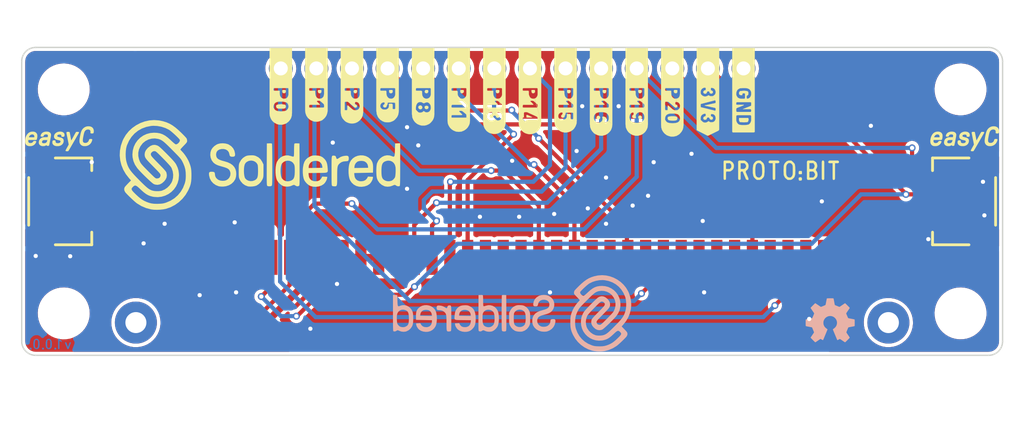
<source format=kicad_pcb>
(kicad_pcb (version 20210623) (generator pcbnew)
  (layers (0 "F.Cu" signal) (31 "B.Cu" signal) (34 "B.Paste" user) (35 "F.Paste" user) (36 "B.SilkS" user "B.Silkscreen") (37 "F.SilkS" user "F.Silkscreen") (38 "B.Mask" user) (39 "F.Mask" user) (44 "Edge.Cuts" user))
  (net 0 "")
  (net 1 "P3")
  (net 2 "P0")
  (net 3 "P4")
  (net 4 "P5")
  (net 5 "P6")
  (net 6 "P7")
  (net 7 "P1")
  (net 8 "P8")
  (net 9 "P9")
  (net 10 "P10")
  (net 11 "P11")
  (net 12 "P12")
  (net 13 "P2")
  (net 14 "P13")
  (net 15 "P14")
  (net 16 "P15")
  (net 17 "P16")
  (net 18 "3V3")
  (net 19 "P19")
  (net 20 "P20")
  (net 21 "GND")
  (footprint "buzzardLabel" (layer "F.Cu") (at 151.89 109.6 -90)
    (fp_text reference "" (at 0 0 90) (layer "F.SilkS") (effects (font (size 1.27 1.27))))
    (fp_text value "" (at 0 0 90) (layer "F.SilkS") (effects (font (size 1.27 1.27))))
  )
  (footprint "buzzardLabel" (layer "F.Cu") (at 162.2 118.8)
    (fp_text reference "" (at 0 0) (layer "F.SilkS") (effects (font (size 1.27 1.27))))
    (fp_text value "" (at 0 0) (layer "F.SilkS") (effects (font (size 1.27 1.27))))
  )
  (footprint "buzzardLabel" (layer "F.Cu") (at 129.03 109.6 -90)
    (fp_text reference "" (at 0 0 90) (layer "F.SilkS") (effects (font (size 1.27 1.27))))
    (fp_text value "" (at 0 0 90) (layer "F.SilkS") (effects (font (size 1.27 1.27))))
  )
  (footprint "buzzardLabel" (layer "F.Cu") (at 131.57 109.6 -90)
    (fp_text reference "" (at 0 0 90) (layer "F.SilkS") (effects (font (size 1.27 1.27))))
    (fp_text value "" (at 0 0 90) (layer "F.SilkS") (effects (font (size 1.27 1.27))))
  )
  (footprint "e-radionica.com footprinti:easyC-connector" (layer "F.Cu") (at 111.3 121 90)
    (fp_text reference "K3")
    (fp_text value "easyC-SMD")
    (pad "1" smd rect locked (at -1.5 2.15 90) (size 0.6 1.55) (layers "F.Cu" "F.Paste" "F.Mask") (net 19 "P19"))
    (pad "2" smd rect locked (at -0.5 2.15 90) (size 0.6 1.55) (layers "F.Cu" "F.Paste" "F.Mask") (net 20 "P20"))
    (pad "3" smd rect locked (at 0.5 2.15 90) (size 0.6 1.55) (layers "F.Cu" "F.Paste" "F.Mask") (net 18 "3V3"))
    (pad "4" smd rect locked (at 1.5 2.15 90) (size 0.6 1.55) (layers "F.Cu" "F.Paste" "F.Mask") (net 21 "GND"))
    (pad "5" smd rect locked (at 2.6 -2.15 90) (size 1.2 1.8) (layers "F.Cu" "F.Paste" "F.Mask") (net 21 "GND"))
    (pad "5" smd rect locked (at -2.6 -2.15 90) (size 1.2 1.8) (layers "F.Cu" "F.Paste" "F.Mask") (net 21 "GND"))
  )
  (footprint "buzzardLabel" (layer "F.Cu") (at 134.11 109.6 -90)
    (fp_text reference "" (at 0 0 90) (layer "F.SilkS") (effects (font (size 1.27 1.27))))
    (fp_text value "" (at 0 0 90) (layer "F.SilkS") (effects (font (size 1.27 1.27))))
  )
  (footprint "buzzardLabel" (layer "F.Cu") (at 136.65 109.6 -90)
    (fp_text reference "" (at 0 0 90) (layer "F.SilkS") (effects (font (size 1.27 1.27))))
    (fp_text value "" (at 0 0 90) (layer "F.SilkS") (effects (font (size 1.27 1.27))))
  )
  (footprint "buzzardLabel" (layer "F.Cu") (at 154.43 109.6 -90)
    (fp_text reference "" (at 0 0 90) (layer "F.SilkS") (effects (font (size 1.27 1.27))))
    (fp_text value "" (at 0 0 90) (layer "F.SilkS") (effects (font (size 1.27 1.27))))
  )
  (footprint "e-radionica.com footprinti:MC127-140-A01" (layer "F.Cu") (at 143 128 180)
    (fp_text reference "K1")
    (fp_text value "MIC127-140-A01")
    (pad "" thru_hole oval (at 26.85 -1.66 180) (size 3 3) (drill 1.5) (layers *.Cu *.Mask))
    (pad "" thru_hole oval (at -26.85 -1.66 180) (size 3 3) (drill 1.5) (layers *.Cu *.Mask "F.Paste"))
    (pad "1" smd rect (at -24.765 3 180) (size 0.8 2.5) (layers "F.Cu" "F.Paste" "F.Mask") (net 1 "P3"))
    (pad "2" smd rect (at -23.495 3 180) (size 0.8 2.5) (layers "F.Cu" "F.Paste" "F.Mask") (net 2 "P0"))
    (pad "3" smd rect (at -22.225 3 180) (size 0.8 2.5) (layers "F.Cu" "F.Paste" "F.Mask") (net 2 "P0"))
    (pad "4" smd rect (at -20.955 3 180) (size 0.8 2.5) (layers "F.Cu" "F.Paste" "F.Mask") (net 2 "P0"))
    (pad "5" smd rect (at -19.685 3 180) (size 0.8 2.5) (layers "F.Cu" "F.Paste" "F.Mask") (net 2 "P0"))
    (pad "6" smd rect (at -18.415 3 180) (size 0.8 2.5) (layers "F.Cu" "F.Paste" "F.Mask") (net 3 "P4"))
    (pad "7" smd rect (at -17.145 3 180) (size 0.8 2.5) (layers "F.Cu" "F.Paste" "F.Mask") (net 4 "P5"))
    (pad "8" smd rect (at -15.875 3 180) (size 0.8 2.5) (layers "F.Cu" "F.Paste" "F.Mask") (net 5 "P6"))
    (pad "9" smd rect (at -14.605 3 180) (size 0.8 2.5) (layers "F.Cu" "F.Paste" "F.Mask") (net 6 "P7"))
    (pad "10" smd rect (at -13.335 3 180) (size 0.8 2.5) (layers "F.Cu" "F.Paste" "F.Mask") (net 7 "P1"))
    (pad "11" smd rect (at -12.065 3 180) (size 0.8 2.5) (layers "F.Cu" "F.Paste" "F.Mask") (net 7 "P1"))
    (pad "12" smd rect (at -10.795 3 180) (size 0.8 2.5) (layers "F.Cu" "F.Paste" "F.Mask") (net 7 "P1"))
    (pad "13" smd rect (at -9.525 3 180) (size 0.8 2.5) (layers "F.Cu" "F.Paste" "F.Mask") (net 7 "P1"))
    (pad "14" smd rect (at -8.255 3 180) (size 0.8 2.5) (layers "F.Cu" "F.Paste" "F.Mask") (net 8 "P8"))
    (pad "15" smd rect (at -6.985 3 180) (size 0.8 2.5) (layers "F.Cu" "F.Paste" "F.Mask") (net 9 "P9"))
    (pad "16" smd rect (at -5.715 3 180) (size 0.8 2.5) (layers "F.Cu" "F.Paste" "F.Mask") (net 10 "P10"))
    (pad "17" smd rect (at -4.445 3 180) (size 0.8 2.5) (layers "F.Cu" "F.Paste" "F.Mask") (net 11 "P11"))
    (pad "18" smd rect (at -3.175 3 180) (size 0.8 2.5) (layers "F.Cu" "F.Paste" "F.Mask") (net 12 "P12"))
    (pad "19" smd rect (at -1.905 3 180) (size 0.8 2.5) (layers "F.Cu" "F.Paste" "F.Mask") (net 13 "P2"))
    (pad "20" smd rect (at -0.635 3 180) (size 0.8 2.5) (layers "F.Cu" "F.Paste" "F.Mask") (net 13 "P2"))
    (pad "21" smd rect (at 0.635 3 180) (size 0.8 2.5) (layers "F.Cu" "F.Paste" "F.Mask") (net 13 "P2"))
    (pad "22" smd rect (at 1.905 3 180) (size 0.8 2.5) (layers "F.Cu" "F.Paste" "F.Mask") (net 13 "P2"))
    (pad "23" smd rect (at 3.175 3 180) (size 0.8 2.5) (layers "F.Cu" "F.Paste" "F.Mask") (net 14 "P13"))
    (pad "24" smd rect (at 4.445 3 180) (size 0.8 2.5) (layers "F.Cu" "F.Paste" "F.Mask") (net 15 "P14"))
    (pad "25" smd rect (at 5.715 3 180) (size 0.8 2.5) (layers "F.Cu" "F.Paste" "F.Mask") (net 16 "P15"))
    (pad "26" smd rect (at 6.985 3 180) (size 0.8 2.5) (layers "F.Cu" "F.Paste" "F.Mask") (net 17 "P16"))
    (pad "27" smd rect (at 8.255 3 180) (size 0.8 2.5) (layers "F.Cu" "F.Paste" "F.Mask") (net 18 "3V3"))
    (pad "28" smd rect (at 9.525 3 180) (size 0.8 2.5) (layers "F.Cu" "F.Paste" "F.Mask") (net 18 "3V3"))
    (pad "29" smd rect (at 10.795 3 180) (size 0.8 2.5) (layers "F.Cu" "F.Paste" "F.Mask") (net 18 "3V3"))
    (pad "30" smd rect (at 12.065 3 180) (size 0.8 2.5) (layers "F.Cu" "F.Paste" "F.Mask") (net 18 "3V3"))
    (pad "31" smd rect (at 13.335 3 180) (size 0.8 2.5) (layers "F.Cu" "F.Paste" "F.Mask") (net 18 "3V3"))
    (pad "32" smd rect (at 14.605 3 180) (size 0.8 2.5) (layers "F.Cu" "F.Paste" "F.Mask") (net 18 "3V3"))
    (pad "33" smd rect (at 15.875 3 180) (size 0.8 2.5) (layers "F.Cu" "F.Paste" "F.Mask") (net 19 "P19"))
    (pad "34" smd rect (at 17.145 3 180) (size 0.8 2.5) (layers "F.Cu" "F.Paste" "F.Mask") (net 20 "P20"))
    (pad "35" smd rect (at 18.415 3 180) (size 0.8 2.5) (layers "F.Cu" "F.Paste" "F.Mask") (net 21 "GND"))
    (pad "36" smd rect (at 19.685 3 180) (size 0.8 2.5) (layers "F.Cu" "F.Paste" "F.Mask") (net 21 "GND"))
    (pad "37" smd rect (at 20.955 3 180) (size 0.8 2.5) (layers "F.Cu" "F.Paste" "F.Mask") (net 21 "GND"))
    (pad "38" smd rect (at 22.225 3 180) (size 0.8 2.5) (layers "F.Cu" "F.Paste" "F.Mask") (net 21 "GND"))
    (pad "39" smd rect (at 23.495 3 180) (size 0.8 2.5) (layers "F.Cu" "F.Paste" "F.Mask") (net 21 "GND"))
    (pad "40" smd rect (at 24.765 3 180) (size 0.8 2.5) (layers "F.Cu" "F.Paste" "F.Mask") (net 21 "GND"))
  )
  (footprint "buzzardLabel" (layer "F.Cu") (at 149.35 109.6 -90)
    (fp_text reference "" (at 0 0 90) (layer "F.SilkS") (effects (font (size 1.27 1.27))))
    (fp_text value "" (at 0 0 90) (layer "F.SilkS") (effects (font (size 1.27 1.27))))
  )
  (footprint "Soldered Graphics:Logo-Back-OSH-3.5mm" (layer "F.Cu") (at 165.7 129.5)
    (fp_text reference "G***" hide)
    (fp_text value "LOGO" hide)
  )
  (footprint "e-radionica.com footprinti:HOLE_3.2mm" (layer "F.Cu") (at 175 113)
    (fp_text reference "H2" hide)
    (fp_text value "HOLE_3.2mm" hide)
    (pad "" np_thru_hole circle locked (at 0 0) (size 3.2 3.2) (drill 3.2) (layers F&B.Cu *.Mask))
  )
  (footprint "buzzardLabel" (layer "F.Cu") (at 156.97 109.6 -90)
    (fp_text reference "" (at 0 0 90) (layer "F.SilkS") (effects (font (size 1.27 1.27))))
    (fp_text value "" (at 0 0 90) (layer "F.SilkS") (effects (font (size 1.27 1.27))))
  )
  (footprint "buzzardLabel" (layer "F.Cu") (at 126.49 109.6 -90)
    (fp_text reference "" (at 0 0 90) (layer "F.SilkS") (effects (font (size 1.27 1.27))))
    (fp_text value "" (at 0 0 90) (layer "F.SilkS") (effects (font (size 1.27 1.27))))
  )
  (footprint "buzzardLabel" (layer "F.Cu") (at 144.27 109.6 -90)
    (fp_text reference "" (at 0 0 90) (layer "F.SilkS") (effects (font (size 1.27 1.27))))
    (fp_text value "" (at 0 0 90) (layer "F.SilkS") (effects (font (size 1.27 1.27))))
  )
  (footprint "e-radionica.com footprinti:HOLE_3.2mm" (layer "F.Cu") (at 111 113)
    (fp_text reference "H1" hide)
    (fp_text value "HOLE_3.2mm" hide)
    (pad "" np_thru_hole circle locked (at 0 0) (size 3.2 3.2) (drill 3.2) (layers F&B.Cu *.Mask))
  )
  (footprint "Soldered Graphics:Logo-Back-SolderedFULL-17mm" (layer "F.Cu") (at 143 129)
    (fp_text reference "REF**" hide)
    (fp_text value "Logo-Front-SolderedFULL-17mm" hide)
  )
  (footprint "Soldered Graphics:Logo-Front-SolderedFULL-20mm" (layer "F.Cu") (at 125 118.4)
    (fp_text reference "REF**" hide)
    (fp_text value "Logo-Front-SolderedFULL-20mm" hide)
  )
  (footprint "buzzardLabel" (layer "F.Cu") (at 139.19 109.6 -90)
    (fp_text reference "" (at 0 0 90) (layer "F.SilkS") (effects (font (size 1.27 1.27))))
    (fp_text value "" (at 0 0 90) (layer "F.SilkS") (effects (font (size 1.27 1.27))))
  )
  (footprint "e-radionica.com footprinti:HOLE_3.2mm" (layer "F.Cu") (at 175 129)
    (fp_text reference "H4" hide)
    (fp_text value "HOLE_3.2mm" hide)
    (pad "" np_thru_hole circle locked (at 0 0) (size 3.2 3.2) (drill 3.2) (layers F&B.Cu *.Mask))
  )
  (footprint "e-radionica.com footprinti:FIDUCIAL_23" (layer "F.Cu") (at 116.1 112.1)
    (fp_text reference "FD1")
    (fp_text value "FIDUCIAL")
    (fp_circle (center 0 0) (end 1 0) (layer "F.Cu") (width 0.2) (fill none))
    (pad "1" smd circle (at 0 0) (size 1 1) (layers "F.Cu" "F.Paste" "F.Mask") (clearance 1.1))
  )
  (footprint "Soldered Graphics:Logo-Front-easyC-5mm" (layer "F.Cu") (at 175.3 116.5)
    (fp_text reference "G***" hide)
    (fp_text value "LOGO" hide)
  )
  (footprint "buzzardLabel" (layer "F.Cu") (at 159.51 109.6 -90)
    (fp_text reference "" (at 0 0 90) (layer "F.SilkS") (effects (font (size 1.27 1.27))))
    (fp_text value "" (at 0 0 90) (layer "F.SilkS") (effects (font (size 1.27 1.27))))
  )
  (footprint "buzzardLabel" (layer "F.Cu") (at 141.73 109.6 -90)
    (fp_text reference "" (at 0 0 90) (layer "F.SilkS") (effects (font (size 1.27 1.27))))
    (fp_text value "" (at 0 0 90) (layer "F.SilkS") (effects (font (size 1.27 1.27))))
  )
  (footprint "e-radionica.com footprinti:easyC-connector" (layer "F.Cu") (at 174.7 121 -90)
    (fp_text reference "K4")
    (fp_text value "easyC-SMD")
    (pad "1" smd rect locked (at -1.5 2.15 270) (size 0.6 1.55) (layers "F.Cu" "F.Paste" "F.Mask") (net 19 "P19"))
    (pad "2" smd rect locked (at -0.5 2.15 270) (size 0.6 1.55) (layers "F.Cu" "F.Paste" "F.Mask") (net 20 "P20"))
    (pad "3" smd rect locked (at 0.5 2.15 270) (size 0.6 1.55) (layers "F.Cu" "F.Paste" "F.Mask") (net 18 "3V3"))
    (pad "4" smd rect locked (at 1.5 2.15 270) (size 0.6 1.55) (layers "F.Cu" "F.Paste" "F.Mask") (net 21 "GND"))
    (pad "5" smd rect locked (at 2.6 -2.15 270) (size 1.2 1.8) (layers "F.Cu" "F.Paste" "F.Mask") (net 21 "GND"))
    (pad "5" smd rect locked (at -2.6 -2.15 270) (size 1.2 1.8) (layers "F.Cu" "F.Paste" "F.Mask") (net 21 "GND"))
  )
  (footprint "Soldered Graphics:Logo-Front-easyC-5mm" (layer "F.Cu") (at 110.7 116.5)
    (fp_text reference "G***" hide)
    (fp_text value "LOGO" hide)
  )
  (footprint "e-radionica.com footprinti:HOLE_3.2mm" (layer "F.Cu") (at 111 129)
    (fp_text reference "H3" hide)
    (fp_text value "HOLE_3.2mm" hide)
    (pad "" np_thru_hole circle locked (at 0 0) (size 3.2 3.2) (drill 3.2) (layers F&B.Cu *.Mask))
  )
  (footprint "buzzardLabel" (layer "F.Cu") (at 146.81 109.6 -90)
    (fp_text reference "" (at 0 0 90) (layer "F.SilkS") (effects (font (size 1.27 1.27))))
    (fp_text value "" (at 0 0 90) (layer "F.SilkS") (effects (font (size 1.27 1.27))))
  )
  (footprint "e-radionica.com footprinti:HEADER_MALE_14X1" (layer "B.Cu") (at 143 111.5)
    (fp_text reference "K2")
    (fp_text value "HEADER_MALE_14X1")
    (pad "1" thru_hole circle locked (at -16.51 0) (size 1.7 1.7) (drill 1) (layers *.Cu *.Mask) (net 2 "P0"))
    (pad "2" thru_hole circle locked (at -13.97 0) (size 1.7 1.7) (drill 1) (layers *.Cu *.Mask) (net 7 "P1"))
    (pad "3" thru_hole circle locked (at -11.43 0) (size 1.7 1.7) (drill 1) (layers *.Cu *.Mask) (net 13 "P2"))
    (pad "4" thru_hole circle locked (at -8.89 0) (size 1.7 1.7) (drill 1) (layers *.Cu *.Mask) (net 4 "P5"))
    (pad "5" thru_hole circle locked (at -6.35 0) (size 1.7 1.7) (drill 1) (layers *.Cu *.Mask) (net 8 "P8"))
    (pad "6" thru_hole circle locked (at -3.81 0) (size 1.7 1.7) (drill 1) (layers *.Cu *.Mask) (net 11 "P11"))
    (pad "7" thru_hole circle locked (at -1.27 0) (size 1.7 1.7) (drill 1) (layers *.Cu *.Mask) (net 14 "P13"))
    (pad "8" thru_hole circle locked (at 1.27 0) (size 1.7 1.7) (drill 1) (layers *.Cu *.Mask) (net 15 "P14"))
    (pad "9" thru_hole circle locked (at 3.81 0) (size 1.7 1.7) (drill 1) (layers *.Cu *.Mask) (net 16 "P15"))
    (pad "10" thru_hole circle locked (at 6.35 0) (size 1.7 1.7) (drill 1) (layers *.Cu *.Mask) (net 17 "P16"))
    (pad "11" thru_hole circle locked (at 8.89 0) (size 1.7 1.7) (drill 1) (layers *.Cu *.Mask) (net 19 "P19"))
    (pad "12" thru_hole circle locked (at 11.43 0) (size 1.7 1.7) (drill 1) (layers *.Cu *.Mask) (net 20 "P20"))
    (pad "13" thru_hole circle locked (at 13.97 0) (size 1.7 1.7) (drill 1) (layers *.Cu *.Mask) (net 18 "3V3"))
    (pad "14" thru_hole circle locked (at 16.51 0) (size 1.7 1.7) (drill 1) (layers *.Cu *.Mask) (net 21 "GND"))
  )
  (footprint "Soldered Graphics:Version1.0.0." (layer "B.Cu") (at 110 131.2 180)
    (fp_text reference "Ref**" hide)
    (fp_text value "Val**" hide)
    (fp_poly (pts (xy 1.31 -0.38) (xy 1.36 -0.38) (xy 1.41 -0.37) (xy 1.42 -0.33) (xy 1.42 -0.27) (xy 1.38 -0.26) (xy 1.33 -0.26) (xy 1.3 -0.29) (xy 1.3 -0.34) (xy 1.31 -0.38)) (layer "B.Cu") (width 0.01) (fill solid))
    (fp_poly (pts (xy -1.33 -0.35) (xy -1.27 -0.35) (xy -1.25 -0.31) (xy -1.09 0.1) (xy -1.11 0.13) (xy -1.16 0.13) (xy -1.19 0.1) (xy -1.28 -0.16) (xy -1.3 -0.21) (xy -1.32 -0.17) (xy -1.41 0.09) (xy -1.44 0.13) (xy -1.49 0.13) (xy -1.51 0.1) (xy -1.36 -0.31) (xy -1.33 -0.35)) (layer "B.Cu") (width 0.01) (fill solid))
    (fp_poly (pts (xy 0.06 -0.35) (xy 0.11 -0.35) (xy 0.17 -0.33) (xy 0.13 -0.28) (xy 0.03 -0.28) (xy -0.01 -0.25) (xy -0.03 -0.2) (xy -0.05 -0.15) (xy -0.05 -0.11) (xy -0.05 0.01) (xy -0.05 0.13) (xy -0.05 0.17) (xy -0.03 0.22) (xy -0.01 0.27) (xy 0.02 0.3) (xy 0.13 0.3) (xy 0.16 0.26) (xy 0.18 0.21) (xy 0.18 0.15) (xy 0.19 0.05) (xy 0.19 -0.08) (xy 0.19 -0.12) (xy 0.18 -0.17) (xy 0.16 -0.22) (xy 0.14 -0.27) (xy 0.14 -0.28) (xy 0.17 -0.32) (xy 0.21 -0.29) (xy 0.24 -0.26) (xy 0.26 -0.22) (xy 0.27 -0.16) (xy 0.28 -0.11) (xy 0.28 -0.06) (xy 0.28 0.06) (xy 0.28 0.12) (xy 0.27 0.17) (xy 0.26 0.22) (xy 0.25 0.27) (xy 0.22 0.3) (xy 0.19 0.34) (xy 0.13 0.37) (xy 0.08 0.38) (xy 0.02 0.38) (xy -0.03 0.35) (xy -0.08 0.31) (xy -0.1 0.28) (xy -0.12 0.23) (xy -0.14 0.18) (xy -0.14 0.13) (xy -0.15 0.08) (xy -0.15 -0.04) (xy -0.14 -0.1) (xy -0.14 -0.14) (xy -0.13 -0.2) (xy -0.11 -0.25) (xy -0.08 -0.28) (xy -0.05 -0.32) (xy 0.01 -0.35) (xy 0.06 -0.35)) (layer "B.Cu") (width 0.01) (fill solid))
    (fp_poly (pts (xy -0.67 -0.35) (xy -0.62 -0.35) (xy -0.6 -0.31) (xy -0.6 0.35) (xy -0.64 0.38) (xy -0.69 0.38) (xy -0.73 0.34) (xy -0.84 0.22) (xy -0.86 0.17) (xy -0.83 0.16) (xy -0.73 0.22) (xy -0.69 0.23) (xy -0.69 -0.31) (xy -0.67 -0.35)) (layer "B.Cu") (width 0.01) (fill solid))
    (fp_poly (pts (xy 0.93 -0.35) (xy 0.99 -0.35) (xy 1.04 -0.33) (xy 1.01 -0.28) (xy 0.91 -0.28) (xy 0.87 -0.25) (xy 0.85 -0.2) (xy 0.83 -0.15) (xy 0.83 -0.11) (xy 0.82 0.01) (xy 0.83 0.13) (xy 0.83 0.17) (xy 0.84 0.22) (xy 0.87 0.27) (xy 0.9 0.3) (xy 1.01 0.3) (xy 1.04 0.26) (xy 1.05 0.21) (xy 1.06 0.15) (xy 1.07 0.05) (xy 1.07 -0.08) (xy 1.06 -0.12) (xy 1.06 -0.17) (xy 1.04 -0.22) (xy 1.02 -0.27) (xy 1.01 -0.28) (xy 1.05 -0.32) (xy 1.09 -0.29) (xy 1.12 -0.26) (xy 1.14 -0.22) (xy 1.15 -0.16) (xy 1.16 -0.11) (xy 1.16 -0.06) (xy 1.16 0.06) (xy 1.16 0.12) (xy 1.15 0.17) (xy 1.14 0.22) (xy 1.13 0.27) (xy 1.1 0.3) (xy 1.06 0.34) (xy 1.01 0.37) (xy 0.95 0.38) (xy 0.9 0.38) (xy 0.84 0.35) (xy 0.8 0.31) (xy 0.78 0.28) (xy 0.75 0.23) (xy 0.74 0.18) (xy 0.74 0.13) (xy 0.73 0.08) (xy 0.73 -0.04) (xy 0.73 -0.1) (xy 0.74 -0.14) (xy 0.75 -0.2) (xy 0.77 -0.25) (xy 0.79 -0.28) (xy 0.83 -0.32) (xy 0.89 -0.35) (xy 0.93 -0.35)) (layer "B.Cu") (width 0.01) (fill solid))
    (fp_poly (pts (xy 0.43 -0.38) (xy 0.48 -0.38) (xy 0.54 -0.37) (xy 0.54 -0.33) (xy 0.54 -0.27) (xy 0.5 -0.26) (xy 0.45 -0.26) (xy 0.42 -0.29) (xy 0.42 -0.34) (xy 0.43 -0.38)) (layer "B.Cu") (width 0.01) (fill solid))
    (fp_poly (pts (xy -0.44 -0.38) (xy -0.39 -0.38) (xy -0.34 -0.37) (xy -0.34 -0.33) (xy -0.34 -0.27) (xy -0.38 -0.26) (xy -0.43 -0.26) (xy -0.46 -0.29) (xy -0.46 -0.34) (xy -0.44 -0.38)) (layer "B.Cu") (width 0.01) (fill solid))
  )
  (gr_arc (start 177 111) (end 177 110) (angle 90) (layer "Edge.Cuts") (width 0.1))
  (gr_line (start 109 132) (end 177 132) (layer "Edge.Cuts") (width 0.1))
  (gr_line (start 178 131) (end 178 111) (layer "Edge.Cuts") (width 0.1))
  (gr_arc (start 109 131) (end 109 132) (angle 90) (layer "Edge.Cuts") (width 0.1))
  (gr_arc (start 109 111) (end 108 111) (angle 90) (layer "Edge.Cuts") (width 0.1))
  (gr_arc (start 177 131) (end 177 132) (angle -90) (layer "Edge.Cuts") (width 0.1))
  (gr_line (start 108 111) (end 108 131) (layer "Edge.Cuts") (width 0.1))
  (gr_line (start 177 110) (end 109 110) (layer "Edge.Cuts") (width 0.1))
  (segment (start 166.495 125) (end 162.685 125) (width 0.25) (layer "F.Cu") (net 2))
  (segment (start 162.685 127.505) (end 162.685 125) (width 0.3) (layer "F.Cu") (net 2))
  (segment (start 161.75 128.44) (end 162.685 127.505) (width 0.3) (layer "F.Cu") (net 2))
  (via (at 161.75 128.44) (size 0.5) (drill 0.3) (layers "F.Cu" "B.Cu") (net 2))
  (segment (start 160.92 129.27) (end 128.98 129.27) (width 0.3) (layer "B.Cu") (net 2))
  (segment (start 161.75 128.44) (end 160.92 129.27) (width 0.3) (layer "B.Cu") (net 2))
  (segment (start 128.98 129.27) (end 126.44 126.73) (width 0.3) (layer "B.Cu") (net 2))
  (segment (start 126.44 126.73) (end 126.44 111.55) (width 0.3) (layer "B.Cu") (net 2))
  (segment (start 126.44 111.55) (end 126.49 111.5) (width 0.3) (layer "B.Cu") (net 2))
  (segment (start 138.11 115.5) (end 134.11 111.5) (width 0.3) (layer "F.Cu") (net 4))
  (segment (start 160.145 125) (end 160.145 123.45) (width 0.3) (layer "F.Cu") (net 4))
  (segment (start 152.195 115.5) (end 138.11 115.5) (width 0.3) (layer "F.Cu") (net 4))
  (segment (start 160.145 123.45) (end 152.195 115.5) (width 0.3) (layer "F.Cu") (net 4))
  (segment (start 160.145 125) (end 160.145 124.935) (width 0.3) (layer "F.Cu") (net 4))
  (segment (start 160.145 124.935) (end 160.24 124.84) (width 0.3) (layer "F.Cu") (net 4))
  (segment (start 156.28 125) (end 152.525 125) (width 0.3) (layer "F.Cu") (net 7))
  (segment (start 152.23 127.58) (end 152.64 127.17) (width 0.3) (layer "F.Cu") (net 7))
  (segment (start 156.335 125.055) (end 156.28 125) (width 0.3) (layer "F.Cu") (net 7))
  (segment (start 156.335 125) (end 156.335 125.055) (width 0.3) (layer "F.Cu") (net 7))
  (segment (start 152.64 125.115) (end 152.525 125) (width 0.3) (layer "F.Cu") (net 7))
  (segment (start 152.64 127.17) (end 152.64 125.115) (width 0.3) (layer "F.Cu") (net 7))
  (via (at 152.23 127.58) (size 0.5) (drill 0.3) (layers "F.Cu" "B.Cu") (net 7))
  (segment (start 128.89 121.32) (end 128.89 111.64) (width 0.3) (layer "B.Cu") (net 7))
  (segment (start 128.89 111.64) (end 129.03 111.5) (width 0.3) (layer "B.Cu") (net 7))
  (segment (start 135.68 128.11) (end 128.89 121.32) (width 0.3) (layer "B.Cu") (net 7))
  (segment (start 129.03 111.53) (end 129.04 111.54) (width 0.3) (layer "B.Cu") (net 7))
  (segment (start 152.23 127.58) (end 151.7 128.11) (width 0.3) (layer "B.Cu") (net 7))
  (segment (start 151.7 128.11) (end 135.68 128.11) (width 0.3) (layer "B.Cu") (net 7))
  (segment (start 129.03 111.5) (end 129.03 111.53) (width 0.3) (layer "B.Cu") (net 7))
  (segment (start 142.94 114.51) (end 139.61 114.51) (width 0.3) (layer "F.Cu") (net 8))
  (segment (start 144.9 116.5) (end 151.19 122.79) (width 0.3) (layer "F.Cu") (net 8))
  (segment (start 151.19 124.935) (end 151.255 125) (width 0.3) (layer "F.Cu") (net 8))
  (segment (start 142.97 114.48) (end 142.94 114.51) (width 0.3) (layer "F.Cu") (net 8))
  (segment (start 139.61 114.51) (end 136.62 111.52) (width 0.3) (layer "F.Cu") (net 8))
  (segment (start 136.64 111.5) (end 136.65 111.5) (width 0.3) (layer "F.Cu") (net 8))
  (segment (start 151.19 122.79) (end 151.19 124.935) (width 0.3) (layer "F.Cu") (net 8))
  (segment (start 136.62 111.52) (end 136.64 111.5) (width 0.3) (layer "F.Cu") (net 8))
  (via (at 144.9 116.5) (size 0.5) (drill 0.3) (layers "F.Cu" "B.Cu") (net 8))
  (via (at 142.97 114.48) (size 0.5) (drill 0.3) (layers "F.Cu" "B.Cu") (net 8))
  (segment (start 144.9 116.47) (end 142.97 114.54) (width 0.3) (layer "B.Cu") (net 8))
  (segment (start 144.9 116.5) (end 144.9 116.47) (width 0.3) (layer "B.Cu") (net 8))
  (segment (start 142.97 114.54) (end 142.97 114.48) (width 0.3) (layer "B.Cu") (net 8))
  (segment (start 144.56 118.37) (end 147.445 121.255) (width 0.3) (layer "F.Cu") (net 11))
  (segment (start 147.445 121.255) (end 147.445 125) (width 0.3) (layer "F.Cu") (net 11))
  (via (at 144.56 118.37) (size 0.5) (drill 0.3) (layers "F.Cu" "B.Cu") (net 11))
  (segment (start 144.27 118.37) (end 139.19 113.29) (width 0.3) (layer "B.Cu") (net 11))
  (segment (start 144.56 118.37) (end 144.27 118.37) (width 0.3) (layer "B.Cu") (net 11))
  (segment (start 139.19 113.29) (end 139.19 111.5) (width 0.3) (layer "B.Cu") (net 11))
  (segment (start 142.4 118.8) (end 144.905 121.305) (width 0.3) (layer "F.Cu") (net 13))
  (segment (start 131.57 111.65) (end 131.57 111.5) (width 0.3) (layer "F.Cu") (net 13))
  (segment (start 131.4 111.5) (end 131.34 111.56) (width 0.3) (layer "F.Cu") (net 13))
  (segment (start 141.5 118.8) (end 142.4 118.8) (width 0.3) (layer "F.Cu") (net 13))
  (segment (start 131.57 111.5) (end 131.4 111.5) (width 0.3) (layer "F.Cu") (net 13))
  (segment (start 141.095 125) (end 144.905 125) (width 0.3) (layer "F.Cu") (net 13))
  (segment (start 131.54 111.68) (end 131.57 111.65) (width 0.3) (layer "F.Cu") (net 13))
  (segment (start 144.905 121.305) (end 144.905 125) (width 0.3) (layer "F.Cu") (net 13))
  (via (at 141.5 118.8) (size 0.5) (drill 0.3) (layers "F.Cu" "B.Cu") (net 13))
  (segment (start 131.57 113.97) (end 131.57 111.5) (width 0.3) (layer "B.Cu") (net 13))
  (segment (start 141.5 118.8) (end 136.4 118.8) (width 0.3) (layer "B.Cu") (net 13))
  (segment (start 136.4 118.8) (end 131.57 113.97) (width 0.3) (layer "B.Cu") (net 13))
  (segment (start 143.1 116.2) (end 139.825 119.475) (width 0.3) (layer "F.Cu") (net 14))
  (segment (start 141.73 111.5) (end 141.65 111.42) (width 0.3) (layer "F.Cu") (net 14))
  (segment (start 139.825 119.475) (end 139.825 125) (width 0.3) (layer "F.Cu") (net 14))
  (via (at 143.1 116.2) (size 0.5) (drill 0.3) (layers "F.Cu" "B.Cu") (net 14))
  (segment (start 143.1 116.2) (end 141.71 114.81) (width 0.3) (layer "B.Cu") (net 14))
  (segment (start 141.71 114.81) (end 141.71 111.52) (width 0.3) (layer "B.Cu") (net 14))
  (segment (start 141.71 111.52) (end 141.73 111.5) (width 0.3) (layer "B.Cu") (net 14))
  (segment (start 138.555 119.645) (end 138.555 125) (width 0.3) (layer "F.Cu") (net 15))
  (segment (start 138.6 119.6) (end 138.555 119.645) (width 0.3) (layer "F.Cu") (net 15))
  (via (at 138.6 119.6) (size 0.5) (drill 0.3) (layers "F.Cu" "B.Cu") (net 15))
  (segment (start 138.6 119.6) (end 144.51 119.6) (width 0.3) (layer "B.Cu") (net 15))
  (segment (start 145.7 112.93) (end 144.27 111.5) (width 0.3) (layer "B.Cu") (net 15))
  (segment (start 145.7 118.41) (end 145.7 112.93) (width 0.3) (layer "B.Cu") (net 15))
  (segment (start 144.51 119.6) (end 145.7 118.41) (width 0.3) (layer "B.Cu") (net 15))
  (segment (start 137.6 122.4) (end 137.285 122.715) (width 0.3) (layer "F.Cu") (net 16))
  (segment (start 137.285 122.715) (end 137.285 125) (width 0.3) (layer "F.Cu") (net 16))
  (via (at 137.6 122.4) (size 0.5) (drill 0.3) (layers "F.Cu" "B.Cu") (net 16))
  (segment (start 145.1 120.3) (end 146.81 118.59) (width 0.3) (layer "B.Cu") (net 16))
  (segment (start 137.6 122.4) (end 137.7 122.3) (width 0.3) (layer "B.Cu") (net 16))
  (segment (start 146.81 118.59) (end 146.81 111.5) (width 0.3) (layer "B.Cu") (net 16))
  (segment (start 136.7 120.9) (end 137.3 120.3) (width 0.3) (layer "B.Cu") (net 16))
  (segment (start 137.3 120.3) (end 145.1 120.3) (width 0.3) (layer "B.Cu") (net 16))
  (segment (start 137.6 122.4) (end 136.7 121.5) (width 0.3) (layer "B.Cu") (net 16))
  (segment (start 136.7 121.5) (end 136.7 120.9) (width 0.3) (layer "B.Cu") (net 16))
  (segment (start 149.4 111.5) (end 149.41 111.51) (width 0.3) (layer "F.Cu") (net 17))
  (segment (start 137.6 121.1) (end 136.015 122.685) (width 0.3) (layer "F.Cu") (net 17))
  (segment (start 149.35 111.5) (end 149.4 111.5) (width 0.3) (layer "F.Cu") (net 17))
  (segment (start 136.015 122.685) (end 136.015 125) (width 0.3) (layer "F.Cu") (net 17))
  (via (at 137.6 121.1) (size 0.5) (drill 0.3) (layers "F.Cu" "B.Cu") (net 17))
  (segment (start 145.5 121.1) (end 149.35 117.25) (width 0.3) (layer "B.Cu") (net 17))
  (segment (start 149.35 117.25) (end 149.35 111.5) (width 0.3) (layer "B.Cu") (net 17))
  (segment (start 137.6 121.1) (end 145.5 121.1) (width 0.3) (layer "B.Cu") (net 17))
  (segment (start 114.162011 125.862011) (end 111.6 123.3) (width 0.5) (layer "F.Cu") (net 18))
  (segment (start 170 126.5) (end 165.5 131) (width 0.5) (layer "F.Cu") (net 18))
  (segment (start 156.97 111.5) (end 156.97 111.44) (width 0.3) (layer "F.Cu") (net 18))
  (segment (start 124.874022 129.8) (end 119.502151 129.8) (width 0.5) (layer "F.Cu") (net 18))
  (segment (start 115.564162 125.862011) (end 114.162011 125.862011) (width 0.5) (layer "F.Cu") (net 18))
  (segment (start 112.1 120.5) (end 113.45 120.5) (width 0.5) (layer "F.Cu") (net 18))
  (segment (start 126 129.8) (end 124.874022 129.8) (width 0.5) (layer "F.Cu") (net 18))
  (segment (start 171.2 121.5) (end 170 122.7) (width 0.5) (layer "F.Cu") (net 18))
  (segment (start 111.6 123.3) (end 111.6 121) (width 0.5) (layer "F.Cu") (net 18))
  (segment (start 113.36 120.5) (end 113.34 120.48) (width 0.3) (layer "F.Cu") (net 18))
  (segment (start 159.67 114.2) (end 156.97 111.5) (width 0.5) (layer "F.Cu") (net 18))
  (segment (start 134.745 125) (end 128.395 125) (width 0.5) (layer "F.Cu") (net 18))
  (segment (start 171 114.2) (end 159.67 114.2) (width 0.5) (layer "F.Cu") (net 18))
  (segment (start 113.45 120.5) (end 113.36 120.5) (width 0.3) (layer "F.Cu") (net 18))
  (segment (start 174.1 121.5) (end 174.5 121.1) (width 0.5) (layer "F.Cu") (net 18))
  (segment (start 128.395 126.705) (end 125.3 129.8) (width 0.5) (layer "F.Cu") (net 18))
  (segment (start 111.6 121) (end 112.1 120.5) (width 0.5) (layer "F.Cu") (net 18))
  (segment (start 174.5 117.7) (end 171 114.2) (width 0.5) (layer "F.Cu") (net 18))
  (segment (start 172.55 121.5) (end 171.2 121.5) (width 0.5) (layer "F.Cu") (net 18))
  (segment (start 128.395 125) (end 128.395 126.705) (width 0.5) (layer "F.Cu") (net 18))
  (segment (start 119.502151 129.8) (end 115.564162 125.862011) (width 0.5) (layer "F.Cu") (net 18))
  (segment (start 127.2 131) (end 126 129.8) (width 0.5) (layer "F.Cu") (net 18))
  (segment (start 125.3 129.8) (end 124.874022 129.8) (width 0.5) (layer "F.Cu") (net 18))
  (segment (start 172.55 121.5) (end 174.1 121.5) (width 0.5) (layer "F.Cu") (net 18))
  (segment (start 174.5 121.1) (end 174.5 117.7) (width 0.5) (layer "F.Cu") (net 18))
  (segment (start 165.5 131) (end 127.2 131) (width 0.5) (layer "F.Cu") (net 18))
  (segment (start 170 122.7) (end 170 126.5) (width 0.5) (layer "F.Cu") (net 18))
  (segment (start 131.56 121.16) (end 128.9 121.16) (width 0.3) (layer "F.Cu") (net 19))
  (segment (start 125.20952 128.89048) (end 127.125 126.975) (width 0.3) (layer "F.Cu") (net 19))
  (segment (start 171.54 117.18) (end 171.54 117.87) (width 0.3) (layer "F.Cu") (net 19))
  (segment (start 172.55 118.88) (end 172.55 119.5) (width 0.3) (layer "F.Cu") (net 19))
  (segment (start 119.84048 128.89048) (end 125.20952 128.89048) (width 0.3) (layer "F.Cu") (net 19))
  (segment (start 171.54 117.87) (end 172.55 118.88) (width 0.3) (layer "F.Cu") (net 19))
  (segment (start 113.45 122.5) (end 119.84048 128.89048) (width 0.3) (layer "F.Cu") (net 19))
  (segment (start 127.125 126.975) (end 127.125 125) (width 0.3) (layer "F.Cu") (net 19))
  (segment (start 151.8 111.5) (end 151.75 111.55) (width 0.3) (layer "F.Cu") (net 19))
  (segment (start 128.9 121.16) (end 127.125 122.935) (width 0.3) (layer "F.Cu") (net 19))
  (segment (start 113.45 122.5) (end 113.54 122.5) (width 0.3) (layer "F.Cu") (net 19))
  (segment (start 151.89 111.5) (end 151.8 111.5) (width 0.3) (layer "F.Cu") (net 19))
  (segment (start 127.125 122.935) (end 127.125 125) (width 0.3) (layer "F.Cu") (net 19))
  (via (at 171.54 117.18) (size 0.5) (drill 0.3) (layers "F.Cu" "B.Cu") (net 19))
  (via (at 131.56 121.16) (size 0.5) (drill 0.3) (layers "F.Cu" "B.Cu") (net 19))
  (segment (start 171.54 117.18) (end 157.57 117.18) (width 0.3) (layer "B.Cu") (net 19))
  (segment (start 151.89 111.5) (end 151.89 119.24) (width 0.3) (layer "B.Cu") (net 19))
  (segment (start 148.13 123) (end 133.4 123) (width 0.3) (layer "B.Cu") (net 19))
  (segment (start 157.57 117.18) (end 151.89 111.5) (width 0.3) (layer "B.Cu") (net 19))
  (segment (start 151.89 119.24) (end 148.13 123) (width 0.3) (layer "B.Cu") (net 19))
  (segment (start 133.4 123) (end 131.56 121.16) (width 0.3) (layer "B.Cu") (net 19))
  (segment (start 124.3 121.5) (end 125.855 123.055) (width 0.3) (layer "F.Cu") (net 20))
  (segment (start 172.55 120.5) (end 171.14 120.5) (width 0.3) (layer "F.Cu") (net 20))
  (segment (start 125.855 125.085) (end 125.78 125.16) (width 0.3) (layer "F.Cu") (net 20))
  (segment (start 171.1 120.5) (end 171.14 120.5) (width 0.3) (layer "F.Cu") (net 20))
  (segment (start 166.54 115.9) (end 171.14 120.5) (width 0.3) (layer "F.Cu") (net 20))
  (segment (start 125.855 123.055) (end 125.855 125) (width 0.3) (layer "F.Cu") (net 20))
  (segment (start 154.43 111.5) (end 158.83 115.9) (width 0.3) (layer "F.Cu") (net 20))
  (segment (start 135.46 127.67) (end 136.03 127.1) (width 0.3) (layer "F.Cu") (net 20))
  (segment (start 125.855 127.045) (end 125.855 125) (width 0.3) (layer "F.Cu") (net 20))
  (segment (start 125.1 127.8) (end 125.855 127.045) (width 0.3) (layer "F.Cu") (net 20))
  (segment (start 127.65 129.2) (end 129.18 127.67) (width 0.3) (layer "F.Cu") (net 20))
  (segment (start 125.855 125) (end 125.855 125.085) (width 0.3) (layer "F.Cu") (net 20))
  (segment (start 158.83 115.9) (end 166.54 115.9) (width 0.3) (layer "F.Cu") (net 20))
  (segment (start 129.18 127.67) (end 135.46 127.67) (width 0.3) (layer "F.Cu") (net 20))
  (segment (start 127.6 129.2) (end 127.65 129.2) (width 0.3) (layer "F.Cu") (net 20))
  (segment (start 113.45 121.5) (end 124.3 121.5) (width 0.3) (layer "F.Cu") (net 20))
  (via (at 127.6 129.2) (size 0.5) (drill 0.3) (layers "F.Cu" "B.Cu") (net 20))
  (via (at 136.03 127.1) (size 0.5) (drill 0.3) (layers "F.Cu" "B.Cu") (net 20))
  (via (at 171.1 120.5) (size 0.5) (drill 0.3) (layers "F.Cu" "B.Cu") (net 20))
  (via (at 125.1 127.8) (size 0.5) (drill 0.3) (layers "F.Cu" "B.Cu") (net 20))
  (segment (start 164.37 124.03) (end 139.1 124.03) (width 0.3) (layer "B.Cu") (net 20))
  (segment (start 139.1 124.03) (end 136.03 127.1) (width 0.3) (layer "B.Cu") (net 20))
  (segment (start 125.1 127.8) (end 126.5 129.2) (width 0.3) (layer "B.Cu") (net 20))
  (segment (start 167.9 120.5) (end 164.37 124.03) (width 0.3) (layer "B.Cu") (net 20))
  (segment (start 171.1 120.5) (end 167.9 120.5) (width 0.3) (layer "B.Cu") (net 20))
  (segment (start 126.5 129.2) (end 127.6 129.2) (width 0.3) (layer "B.Cu") (net 20))
  (via (at 135.5 120.1) (size 0.5) (drill 0.3) (layers "F.Cu" "B.Cu") (net 21))
  (via (at 152.7 120.6) (size 0.5) (drill 0.3) (layers "F.Cu" "B.Cu") (net 21))
  (via (at 130.5 126.9) (size 0.5) (drill 0.3) (layers "F.Cu" "B.Cu") (net 21))
  (via (at 140.7 122.1) (size 0.5) (drill 0.3) (layers "F.Cu" "B.Cu") (net 21))
  (via (at 145.7 127.5) (size 0.5) (drill 0.3) (layers "F.Cu" "B.Cu") (net 21))
  (via (at 128.6 130.1) (size 0.5) (drill 0.3) (layers "F.Cu" "B.Cu") (net 21))
  (via (at 147.6 117.4) (size 0.5) (drill 0.3) (layers "F.Cu" "B.Cu") (net 21))
  (via (at 143 118.1) (size 0.5) (drill 0.3) (layers "F.Cu" "B.Cu") (net 21))
  (via (at 150.6 114.2) (size 0.5) (drill 0.3) (layers "F.Cu" "B.Cu") (net 21))
  (via (at 148 114.2) (size 0.5) (drill 0.3) (layers "F.Cu" "B.Cu") (net 21))
  (via (at 123.2 122.5) (size 0.5) (drill 0.3) (layers "F.Cu" "B.Cu") (net 21))
  (via (at 176.7 122) (size 0.5) (drill 0.3) (layers "F.Cu" "B.Cu") (net 21))
  (via (at 146 121.9) (size 0.5) (drill 0.3) (layers "F.Cu" "B.Cu") (net 21))
  (via (at 116.7 124) (size 0.5) (drill 0.3) (layers "F.Cu" "B.Cu") (net 21))
  (via (at 136.3 117) (size 0.5) (drill 0.3) (layers "F.Cu" "B.Cu") (net 21))
  (via (at 172.7 123.7) (size 0.5) (drill 0.3) (layers "F.Cu" "B.Cu") (net 21))
  (via (at 149.7 122.6) (size 0.5) (drill 0.3) (layers "F.Cu" "B.Cu") (net 21))
  (via (at 149.7 119.3) (size 0.5) (drill 0.3) (layers "F.Cu" "B.Cu") (net 21))
  (via (at 130.2 116.8) (size 0.5) (drill 0.3) (layers "F.Cu" "B.Cu") (net 21))
  (via (at 176.6 119.6) (size 0.5) (drill 0.3) (layers "F.Cu" "B.Cu") (net 21))
  (via (at 118.2 122.6) (size 0.5) (drill 0.3) (layers "F.Cu" "B.Cu") (net 21))
  (via (at 148.4 121.5) (size 0.5) (drill 0.3) (layers "F.Cu" "B.Cu") (net 21))
  (via (at 164.2 129.4) (size 0.5) (drill 0.3) (layers "F.Cu" "B.Cu") (net 21))
  (via (at 113 118.2) (size 0.5) (drill 0.3) (layers "F.Cu" "B.Cu") (net 21))
  (via (at 143.5 122.1) (size 0.5) (drill 0.3) (layers "F.Cu" "B.Cu") (net 21))
  (via (at 165.1 121) (size 0.5) (drill 0.3) (layers "F.Cu" "B.Cu") (net 21))
  (via (at 120.7 127.7) (size 0.5) (drill 0.3) (layers "F.Cu" "B.Cu") (net 21))
  (via (at 123.3 127.5) (size 0.5) (drill 0.3) (layers "F.Cu" "B.Cu") (net 21))
  (via (at 168.6 115.6) (size 0.5) (drill 0.3) (layers "F.Cu" "B.Cu") (net 21))
  (via (at 155.8 117.6) (size 0.5) (drill 0.3) (layers "F.Cu" "B.Cu") (net 21))
  (via (at 111.46 124.92) (size 0.5) (drill 0.3) (layers "F.Cu" "B.Cu") (net 21))
  (via (at 153.1 118.2) (size 0.5) (drill 0.3) (layers "F.Cu" "B.Cu") (net 21))
  (via (at 156.6 122.4) (size 0.5) (drill 0.3) (layers "F.Cu" "B.Cu") (net 21))
  (via (at 135.5 115.7) (size 0.5) (drill 0.3) (layers "F.Cu" "B.Cu") (net 21))
  (via (at 156.7 127.5) (size 0.5) (drill 0.3) (layers "F.Cu" "B.Cu") (net 21))
  (via (at 109 124.9) (size 0.5) (drill 0.3) (layers "F.Cu" "B.Cu") (net 21))
  (via (at 151.6 121.3) (size 0.5) (drill 0.3) (layers "F.Cu" "B.Cu") (net 21))
  (zone (net 21) (net_name "GND") (layers F&B.Cu) (connect_pads (clearance 0.254)) (min_thickness 0.254) (fill yes (thermal_gap 0.254) (thermal_bridge_width 0.254))
    (polygon (pts (xy 178 132) (xy 108 132) (xy 108 110) (xy 178 110)))
  )
)
</source>
